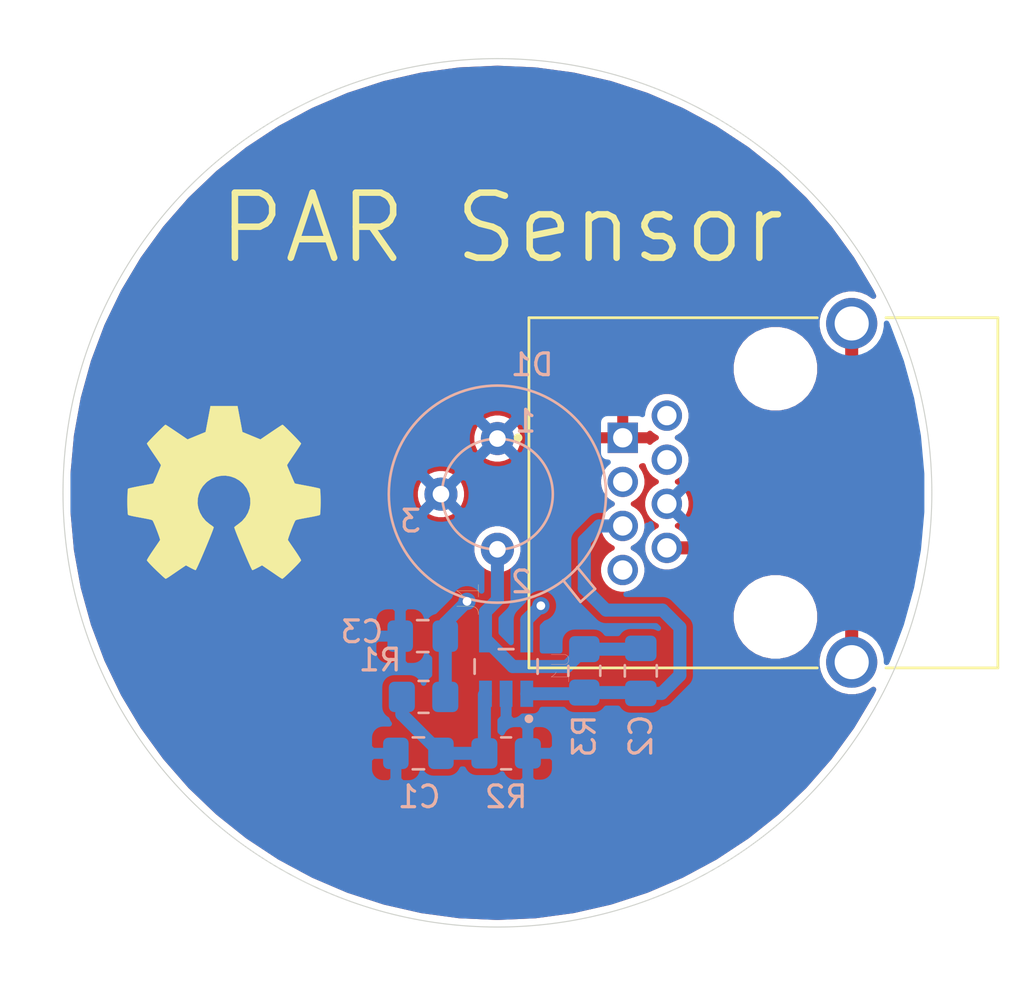
<source format=kicad_pcb>
(kicad_pcb (version 20171130) (host pcbnew "(5.1.8-0-10_14)")

  (general
    (thickness 1.6)
    (drawings 2)
    (tracks 40)
    (zones 0)
    (modules 10)
    (nets 11)
  )

  (page A4)
  (layers
    (0 F.Cu signal)
    (31 B.Cu signal)
    (32 B.Adhes user)
    (33 F.Adhes user)
    (34 B.Paste user)
    (35 F.Paste user)
    (36 B.SilkS user)
    (37 F.SilkS user)
    (38 B.Mask user)
    (39 F.Mask user)
    (40 Dwgs.User user)
    (41 Cmts.User user)
    (42 Eco1.User user)
    (43 Eco2.User user)
    (44 Edge.Cuts user)
    (45 Margin user)
    (46 B.CrtYd user)
    (47 F.CrtYd user)
    (48 B.Fab user)
    (49 F.Fab user)
  )

  (setup
    (last_trace_width 0.25)
    (user_trace_width 0.6)
    (trace_clearance 0.2)
    (zone_clearance 0.3)
    (zone_45_only no)
    (trace_min 0.2)
    (via_size 0.8)
    (via_drill 0.4)
    (via_min_size 0.4)
    (via_min_drill 0.3)
    (uvia_size 0.3)
    (uvia_drill 0.1)
    (uvias_allowed no)
    (uvia_min_size 0.2)
    (uvia_min_drill 0.1)
    (edge_width 0.05)
    (segment_width 0.2)
    (pcb_text_width 0.3)
    (pcb_text_size 1.5 1.5)
    (mod_edge_width 0.12)
    (mod_text_size 1 1)
    (mod_text_width 0.15)
    (pad_size 1.524 1.524)
    (pad_drill 0.762)
    (pad_to_mask_clearance 0)
    (aux_axis_origin 0 0)
    (visible_elements FFFFFF7F)
    (pcbplotparams
      (layerselection 0x010fc_ffffffff)
      (usegerberextensions false)
      (usegerberattributes true)
      (usegerberadvancedattributes true)
      (creategerberjobfile true)
      (excludeedgelayer true)
      (linewidth 0.100000)
      (plotframeref false)
      (viasonmask false)
      (mode 1)
      (useauxorigin false)
      (hpglpennumber 1)
      (hpglpenspeed 20)
      (hpglpendiameter 15.000000)
      (psnegative false)
      (psa4output false)
      (plotreference true)
      (plotvalue true)
      (plotinvisibletext false)
      (padsonsilk false)
      (subtractmaskfromsilk false)
      (outputformat 1)
      (mirror false)
      (drillshape 0)
      (scaleselection 1)
      (outputdirectory "gerber/"))
  )

  (net 0 "")
  (net 1 "Net-(C1-Pad1)")
  (net 2 "Net-(C2-Pad2)")
  (net 3 /Fout)
  (net 4 "Net-(J1-Pad7)")
  (net 5 "Net-(J1-Pad5)")
  (net 6 "Net-(J1-Pad3)")
  (net 7 "Net-(J1-Pad2)")
  (net 8 /AnalogGND)
  (net 9 /3.3V)
  (net 10 /SensorGND)

  (net_class Default "This is the default net class."
    (clearance 0.2)
    (trace_width 0.25)
    (via_dia 0.8)
    (via_drill 0.4)
    (uvia_dia 0.3)
    (uvia_drill 0.1)
    (add_net /3.3V)
    (add_net /AnalogGND)
    (add_net /Fout)
    (add_net /SensorGND)
    (add_net "Net-(C1-Pad1)")
    (add_net "Net-(C2-Pad2)")
    (add_net "Net-(J1-Pad2)")
    (add_net "Net-(J1-Pad3)")
    (add_net "Net-(J1-Pad5)")
    (add_net "Net-(J1-Pad7)")
  )

  (module Symbol:OSHW-Symbol_8.9x8mm_SilkScreen (layer F.Cu) (tedit 0) (tstamp 6049B9FA)
    (at 198 83.6)
    (descr "Open Source Hardware Symbol")
    (tags "Logo Symbol OSHW")
    (attr virtual)
    (fp_text reference REF** (at 0 0) (layer F.SilkS) hide
      (effects (font (size 1 1) (thickness 0.15)))
    )
    (fp_text value OSHW-Symbol_8.9x8mm_SilkScreen (at 0.75 0) (layer F.Fab) hide
      (effects (font (size 1 1) (thickness 0.15)))
    )
    (fp_poly (pts (xy 0.746536 -3.399573) (xy 0.859118 -2.802382) (xy 1.274531 -2.631135) (xy 1.689945 -2.459888)
      (xy 2.188302 -2.798767) (xy 2.327869 -2.893123) (xy 2.454029 -2.97737) (xy 2.560896 -3.047662)
      (xy 2.642583 -3.100153) (xy 2.693202 -3.130996) (xy 2.706987 -3.137647) (xy 2.731821 -3.120542)
      (xy 2.784889 -3.073256) (xy 2.860241 -3.001828) (xy 2.95193 -2.9123) (xy 3.054008 -2.810711)
      (xy 3.160527 -2.703102) (xy 3.265537 -2.595513) (xy 3.363092 -2.493985) (xy 3.447243 -2.404559)
      (xy 3.512041 -2.333274) (xy 3.551538 -2.286172) (xy 3.560981 -2.270408) (xy 3.547392 -2.241347)
      (xy 3.509294 -2.177679) (xy 3.450694 -2.085633) (xy 3.375598 -1.971436) (xy 3.288009 -1.841316)
      (xy 3.237255 -1.767099) (xy 3.144746 -1.631578) (xy 3.062541 -1.509284) (xy 2.994631 -1.406305)
      (xy 2.945001 -1.328727) (xy 2.917641 -1.282639) (xy 2.91353 -1.272953) (xy 2.92285 -1.245426)
      (xy 2.948255 -1.181272) (xy 2.985912 -1.08951) (xy 3.031987 -0.979161) (xy 3.082647 -0.859245)
      (xy 3.13406 -0.738781) (xy 3.18239 -0.626791) (xy 3.223807 -0.532293) (xy 3.254475 -0.464308)
      (xy 3.270562 -0.431857) (xy 3.271512 -0.43058) (xy 3.296773 -0.424383) (xy 3.364046 -0.41056)
      (xy 3.466361 -0.390468) (xy 3.596742 -0.365466) (xy 3.748217 -0.336914) (xy 3.836594 -0.320449)
      (xy 3.998453 -0.289631) (xy 4.14465 -0.260306) (xy 4.267788 -0.234079) (xy 4.36047 -0.212554)
      (xy 4.415302 -0.197335) (xy 4.426324 -0.192507) (xy 4.437119 -0.159826) (xy 4.44583 -0.086015)
      (xy 4.452461 0.020292) (xy 4.457019 0.150467) (xy 4.45951 0.295876) (xy 4.459939 0.44789)
      (xy 4.458312 0.597877) (xy 4.454636 0.737206) (xy 4.448916 0.857245) (xy 4.441158 0.949365)
      (xy 4.431369 1.004932) (xy 4.425497 1.0165) (xy 4.3904 1.030365) (xy 4.316029 1.050188)
      (xy 4.212224 1.073639) (xy 4.08882 1.098391) (xy 4.045742 1.106398) (xy 3.838048 1.144441)
      (xy 3.673985 1.175079) (xy 3.548131 1.199529) (xy 3.455066 1.219009) (xy 3.389368 1.234736)
      (xy 3.345618 1.247928) (xy 3.318393 1.259804) (xy 3.302273 1.27158) (xy 3.300018 1.273908)
      (xy 3.277504 1.3114) (xy 3.243159 1.384365) (xy 3.200412 1.483867) (xy 3.152693 1.600973)
      (xy 3.103431 1.726748) (xy 3.056056 1.852257) (xy 3.013996 1.968565) (xy 2.980681 2.066739)
      (xy 2.959542 2.137843) (xy 2.954006 2.172942) (xy 2.954467 2.174172) (xy 2.973224 2.202861)
      (xy 3.015777 2.265985) (xy 3.077654 2.356973) (xy 3.154383 2.469255) (xy 3.241492 2.59626)
      (xy 3.266299 2.632353) (xy 3.354753 2.763203) (xy 3.432589 2.882591) (xy 3.495567 2.983662)
      (xy 3.539446 3.059559) (xy 3.559986 3.103427) (xy 3.560981 3.108817) (xy 3.543723 3.137144)
      (xy 3.496036 3.193261) (xy 3.424051 3.271137) (xy 3.333898 3.36474) (xy 3.231706 3.468041)
      (xy 3.123606 3.575006) (xy 3.015729 3.679606) (xy 2.914205 3.775809) (xy 2.825163 3.857584)
      (xy 2.754734 3.9189) (xy 2.709048 3.953726) (xy 2.69641 3.959412) (xy 2.666992 3.94602)
      (xy 2.606762 3.909899) (xy 2.52553 3.857136) (xy 2.463031 3.814667) (xy 2.349786 3.73674)
      (xy 2.215675 3.644984) (xy 2.081156 3.553375) (xy 2.008834 3.504346) (xy 1.764039 3.33877)
      (xy 1.558551 3.449875) (xy 1.464937 3.498548) (xy 1.385331 3.536381) (xy 1.331468 3.557958)
      (xy 1.317758 3.560961) (xy 1.301271 3.538793) (xy 1.268746 3.476149) (xy 1.222609 3.378809)
      (xy 1.165291 3.252549) (xy 1.099217 3.10315) (xy 1.026816 2.936388) (xy 0.950517 2.758042)
      (xy 0.872747 2.573891) (xy 0.795935 2.389712) (xy 0.722507 2.211285) (xy 0.654893 2.044387)
      (xy 0.595521 1.894797) (xy 0.546817 1.768293) (xy 0.511211 1.670654) (xy 0.491131 1.607657)
      (xy 0.487901 1.586021) (xy 0.513497 1.558424) (xy 0.569539 1.513625) (xy 0.644312 1.460934)
      (xy 0.650588 1.456765) (xy 0.843846 1.302069) (xy 0.999675 1.121591) (xy 1.116725 0.921102)
      (xy 1.193646 0.706374) (xy 1.229087 0.483177) (xy 1.221698 0.257281) (xy 1.170128 0.034459)
      (xy 1.073027 -0.179521) (xy 1.044459 -0.226336) (xy 0.895869 -0.415382) (xy 0.720328 -0.567188)
      (xy 0.523911 -0.680966) (xy 0.312694 -0.755925) (xy 0.092754 -0.791278) (xy -0.129836 -0.786233)
      (xy -0.348998 -0.740001) (xy -0.558657 -0.651794) (xy -0.752738 -0.520821) (xy -0.812773 -0.467663)
      (xy -0.965564 -0.301261) (xy -1.076902 -0.126088) (xy -1.153276 0.070266) (xy -1.195812 0.264717)
      (xy -1.206313 0.483342) (xy -1.171299 0.703052) (xy -1.094326 0.91642) (xy -0.978952 1.116022)
      (xy -0.828734 1.294429) (xy -0.647226 1.444217) (xy -0.623372 1.460006) (xy -0.547798 1.511712)
      (xy -0.490348 1.556512) (xy -0.462882 1.585117) (xy -0.462482 1.586021) (xy -0.468379 1.616964)
      (xy -0.491754 1.687191) (xy -0.530178 1.790925) (xy -0.581222 1.92239) (xy -0.642457 2.075807)
      (xy -0.711455 2.245401) (xy -0.785786 2.425393) (xy -0.863021 2.610008) (xy -0.940731 2.793468)
      (xy -1.016488 2.969996) (xy -1.087862 3.133814) (xy -1.152425 3.279147) (xy -1.207747 3.400217)
      (xy -1.251399 3.491247) (xy -1.280953 3.54646) (xy -1.292855 3.560961) (xy -1.329222 3.549669)
      (xy -1.397269 3.519385) (xy -1.485263 3.47552) (xy -1.533649 3.449875) (xy -1.739136 3.33877)
      (xy -1.983931 3.504346) (xy -2.108893 3.58917) (xy -2.245704 3.682516) (xy -2.373911 3.770408)
      (xy -2.438128 3.814667) (xy -2.528448 3.875318) (xy -2.604928 3.923381) (xy -2.657592 3.95277)
      (xy -2.674697 3.958982) (xy -2.699594 3.942223) (xy -2.754694 3.895436) (xy -2.834656 3.82348)
      (xy -2.934139 3.731212) (xy -3.047799 3.62349) (xy -3.119684 3.554326) (xy -3.245448 3.430757)
      (xy -3.354136 3.320234) (xy -3.441354 3.227485) (xy -3.50271 3.157237) (xy -3.533808 3.11422)
      (xy -3.536791 3.10549) (xy -3.522946 3.072284) (xy -3.484687 3.005142) (xy -3.426258 2.910863)
      (xy -3.351902 2.796245) (xy -3.265864 2.668083) (xy -3.241397 2.632353) (xy -3.152245 2.502489)
      (xy -3.072261 2.385569) (xy -3.005919 2.288162) (xy -2.957688 2.216839) (xy -2.932042 2.17817)
      (xy -2.929564 2.174172) (xy -2.93327 2.143355) (xy -2.952938 2.075599) (xy -2.985139 1.979839)
      (xy -3.026444 1.865009) (xy -3.073424 1.740044) (xy -3.12265 1.613879) (xy -3.170691 1.495448)
      (xy -3.214118 1.393685) (xy -3.249503 1.317526) (xy -3.273415 1.275904) (xy -3.275115 1.273908)
      (xy -3.289737 1.262013) (xy -3.314434 1.25025) (xy -3.354627 1.237401) (xy -3.415736 1.222249)
      (xy -3.503182 1.203576) (xy -3.622387 1.180165) (xy -3.778772 1.150797) (xy -3.977756 1.114255)
      (xy -4.020839 1.106398) (xy -4.148529 1.081727) (xy -4.259846 1.057593) (xy -4.344954 1.036324)
      (xy -4.394016 1.020248) (xy -4.400594 1.0165) (xy -4.411435 0.983273) (xy -4.420246 0.909021)
      (xy -4.427023 0.802376) (xy -4.431759 0.671967) (xy -4.434449 0.526427) (xy -4.435086 0.374386)
      (xy -4.433665 0.224476) (xy -4.430179 0.085328) (xy -4.424623 -0.034428) (xy -4.416991 -0.126159)
      (xy -4.407277 -0.181234) (xy -4.401421 -0.192507) (xy -4.368819 -0.203877) (xy -4.294581 -0.222376)
      (xy -4.186103 -0.246398) (xy -4.050782 -0.274338) (xy -3.896014 -0.304592) (xy -3.811692 -0.320449)
      (xy -3.651703 -0.350356) (xy -3.509032 -0.37745) (xy -3.390651 -0.400369) (xy -3.303534 -0.417757)
      (xy -3.254654 -0.428253) (xy -3.246609 -0.43058) (xy -3.233012 -0.456814) (xy -3.20427 -0.520005)
      (xy -3.164214 -0.611123) (xy -3.116675 -0.721143) (xy -3.065484 -0.841035) (xy -3.014473 -0.961773)
      (xy -2.967473 -1.074329) (xy -2.928315 -1.169674) (xy -2.90083 -1.238783) (xy -2.88885 -1.272626)
      (xy -2.888627 -1.274105) (xy -2.902208 -1.300803) (xy -2.940284 -1.36224) (xy -2.998852 -1.452311)
      (xy -3.073911 -1.56491) (xy -3.161459 -1.69393) (xy -3.212352 -1.768039) (xy -3.30509 -1.903923)
      (xy -3.387458 -2.027291) (xy -3.455438 -2.131903) (xy -3.505011 -2.211517) (xy -3.532157 -2.259893)
      (xy -3.536078 -2.270738) (xy -3.519224 -2.29598) (xy -3.472631 -2.349876) (xy -3.402251 -2.426387)
      (xy -3.314034 -2.519477) (xy -3.213934 -2.623105) (xy -3.107901 -2.731236) (xy -3.001888 -2.83783)
      (xy -2.901847 -2.93685) (xy -2.813729 -3.022258) (xy -2.743486 -3.088015) (xy -2.697071 -3.128084)
      (xy -2.681543 -3.137647) (xy -2.65626 -3.1242) (xy -2.595788 -3.086425) (xy -2.506007 -3.028165)
      (xy -2.392796 -2.953266) (xy -2.262036 -2.865575) (xy -2.1634 -2.798767) (xy -1.665042 -2.459888)
      (xy -1.249629 -2.631135) (xy -0.834215 -2.802382) (xy -0.721633 -3.399573) (xy -0.60905 -3.996765)
      (xy 0.633953 -3.996765) (xy 0.746536 -3.399573)) (layer F.SilkS) (width 0.01))
  )

  (module FDS100:FDS100 (layer B.Cu) (tedit 60493B06) (tstamp 60488C2B)
    (at 210.6 86.2)
    (path /60483C6C)
    (fp_text reference D1 (at 1.6 -8.5) (layer B.SilkS)
      (effects (font (size 1 1) (thickness 0.15)) (justify mirror))
    )
    (fp_text value FDS100 (at 6 -2.6) (layer B.Fab)
      (effects (font (size 1 1) (thickness 0.15)) (justify mirror))
    )
    (fp_circle (center 0 -2.54) (end 5 -2.54) (layer B.SilkS) (width 0.12))
    (fp_circle (center 0 -2.54) (end 2.55 -2.54) (layer B.SilkS) (width 0.12))
    (fp_line (start 3.025 1.425) (end 3.825 2.425) (layer B.SilkS) (width 0.12))
    (fp_line (start 3.825 2.425) (end 4.5 1.825) (layer B.SilkS) (width 0.12))
    (fp_line (start 4.5 1.825) (end 3.675 0.825) (layer B.SilkS) (width 0.12))
    (fp_text user 3 (at -4 -1.3) (layer B.SilkS)
      (effects (font (size 1 1) (thickness 0.15)) (justify mirror))
    )
    (fp_text user 2 (at 1.1 1.5) (layer B.SilkS)
      (effects (font (size 1 1) (thickness 0.15)) (justify mirror))
    )
    (fp_text user 1 (at 1.3 -5.9) (layer B.SilkS)
      (effects (font (size 1 1) (thickness 0.15)) (justify mirror))
    )
    (pad 2 thru_hole circle (at -2.6 -2.54) (size 1.524 1.524) (drill 0.762) (layers *.Cu *.Mask)
      (net 8 /AnalogGND))
    (pad 3 thru_hole circle (at 0 0) (size 1.524 1.524) (drill 0.762) (layers *.Cu *.Mask)
      (net 2 "Net-(C2-Pad2)"))
    (pad 1 thru_hole circle (at 0 -5.1) (size 1.524 1.524) (drill 0.762) (layers *.Cu *.Mask)
      (net 8 /AnalogGND))
    (model ${KIPRJMOD}/../customlibrary/FDS100.step
      (offset (xyz 0 -2.5 0.3))
      (scale (xyz 1 1 1))
      (rotate (xyz -90 0 90))
    )
  )

  (module Op-Amps:OPA320AIDBVT5-SOT-23 (layer B.Cu) (tedit 604825B1) (tstamp 60488CB4)
    (at 211 91.6 90)
    (path /604828E1)
    (fp_text reference U1 (at -0.06 2.508 90) (layer B.SilkS)
      (effects (font (size 0.8 0.8) (thickness 0.015)) (justify mirror))
    )
    (fp_text value OPA320AIDBVT (at 5.528 -2.508 90) (layer B.Fab)
      (effects (font (size 0.8 0.8) (thickness 0.015)) (justify mirror))
    )
    (fp_line (start -2.11 -1.7) (end -2.11 1.7) (layer B.CrtYd) (width 0.05))
    (fp_line (start 2.11 -1.7) (end -2.11 -1.7) (layer B.CrtYd) (width 0.05))
    (fp_line (start 2.11 1.7) (end 2.11 -1.7) (layer B.CrtYd) (width 0.05))
    (fp_line (start -2.11 1.7) (end 2.11 1.7) (layer B.CrtYd) (width 0.05))
    (fp_line (start 0.8 -1.45) (end -0.8 -1.45) (layer B.Fab) (width 0.127))
    (fp_line (start -0.8 1.45) (end 0.8 1.45) (layer B.Fab) (width 0.127))
    (fp_line (start 0.8 1.45) (end 0.8 -1.45) (layer B.Fab) (width 0.127))
    (fp_line (start -0.8 -1.45) (end -0.8 1.45) (layer B.Fab) (width 0.127))
    (fp_line (start 0.33 -1.45) (end -0.33 -1.45) (layer B.SilkS) (width 0.127))
    (fp_line (start 0.8 0.335) (end 0.8 -0.335) (layer B.SilkS) (width 0.127))
    (fp_line (start -0.33 1.45) (end 0.33 1.45) (layer B.SilkS) (width 0.127))
    (fp_circle (center -2.41 1.05) (end -2.31 1.05) (layer B.Fab) (width 0.2))
    (fp_circle (center -2.41 1.05) (end -2.31 1.05) (layer B.SilkS) (width 0.2))
    (pad 5 smd rect (at 1.255 0.95 90) (size 1.21 0.59) (layers B.Cu B.Paste B.Mask)
      (net 9 /3.3V))
    (pad 4 smd rect (at 1.255 -0.95 90) (size 1.21 0.59) (layers B.Cu B.Paste B.Mask)
      (net 2 "Net-(C2-Pad2)"))
    (pad 3 smd rect (at -1.255 -0.95 90) (size 1.21 0.59) (layers B.Cu B.Paste B.Mask)
      (net 1 "Net-(C1-Pad1)"))
    (pad 2 smd rect (at -1.255 0 90) (size 1.21 0.59) (layers B.Cu B.Paste B.Mask)
      (net 8 /AnalogGND))
    (pad 1 smd rect (at -1.255 0.95 90) (size 1.21 0.59) (layers B.Cu B.Paste B.Mask)
      (net 3 /Fout))
    (model "/Users/harveybates/Documents/KiCad Libraries/User Library/Op-Amps/OPA320AIDBVT.step"
      (at (xyz 0 0 0))
      (scale (xyz 1 1 1))
      (rotate (xyz -90 0 0))
    )
  )

  (module Resistor_SMD:R_0805_2012Metric_Pad1.20x1.40mm_HandSolder (layer B.Cu) (tedit 5F68FEEE) (tstamp 60488C9E)
    (at 214.6 91.8 90)
    (descr "Resistor SMD 0805 (2012 Metric), square (rectangular) end terminal, IPC_7351 nominal with elongated pad for handsoldering. (Body size source: IPC-SM-782 page 72, https://www.pcb-3d.com/wordpress/wp-content/uploads/ipc-sm-782a_amendment_1_and_2.pdf), generated with kicad-footprint-generator")
    (tags "resistor handsolder")
    (path /60494D9C)
    (attr smd)
    (fp_text reference R3 (at -3 0 90) (layer B.SilkS)
      (effects (font (size 1 1) (thickness 0.15)) (justify mirror))
    )
    (fp_text value 50K (at 0 -1.65 90) (layer B.Fab)
      (effects (font (size 1 1) (thickness 0.15)) (justify mirror))
    )
    (fp_line (start 1.85 -0.95) (end -1.85 -0.95) (layer B.CrtYd) (width 0.05))
    (fp_line (start 1.85 0.95) (end 1.85 -0.95) (layer B.CrtYd) (width 0.05))
    (fp_line (start -1.85 0.95) (end 1.85 0.95) (layer B.CrtYd) (width 0.05))
    (fp_line (start -1.85 -0.95) (end -1.85 0.95) (layer B.CrtYd) (width 0.05))
    (fp_line (start -0.227064 -0.735) (end 0.227064 -0.735) (layer B.SilkS) (width 0.12))
    (fp_line (start -0.227064 0.735) (end 0.227064 0.735) (layer B.SilkS) (width 0.12))
    (fp_line (start 1 -0.625) (end -1 -0.625) (layer B.Fab) (width 0.1))
    (fp_line (start 1 0.625) (end 1 -0.625) (layer B.Fab) (width 0.1))
    (fp_line (start -1 0.625) (end 1 0.625) (layer B.Fab) (width 0.1))
    (fp_line (start -1 -0.625) (end -1 0.625) (layer B.Fab) (width 0.1))
    (fp_text user %R (at 0 0 90) (layer B.Fab)
      (effects (font (size 0.5 0.5) (thickness 0.08)) (justify mirror))
    )
    (pad 2 smd roundrect (at 1 0 90) (size 1.2 1.4) (layers B.Cu B.Paste B.Mask) (roundrect_rratio 0.2083325)
      (net 2 "Net-(C2-Pad2)"))
    (pad 1 smd roundrect (at -1 0 90) (size 1.2 1.4) (layers B.Cu B.Paste B.Mask) (roundrect_rratio 0.2083325)
      (net 3 /Fout))
    (model ${KISYS3DMOD}/Resistor_SMD.3dshapes/R_0805_2012Metric.wrl
      (at (xyz 0 0 0))
      (scale (xyz 1 1 1))
      (rotate (xyz 0 0 0))
    )
  )

  (module Resistor_SMD:R_0805_2012Metric_Pad1.20x1.40mm_HandSolder (layer B.Cu) (tedit 5F68FEEE) (tstamp 60488C8D)
    (at 211 95.6)
    (descr "Resistor SMD 0805 (2012 Metric), square (rectangular) end terminal, IPC_7351 nominal with elongated pad for handsoldering. (Body size source: IPC-SM-782 page 72, https://www.pcb-3d.com/wordpress/wp-content/uploads/ipc-sm-782a_amendment_1_and_2.pdf), generated with kicad-footprint-generator")
    (tags "resistor handsolder")
    (path /60490FA4)
    (attr smd)
    (fp_text reference R2 (at 0 2) (layer B.SilkS)
      (effects (font (size 1 1) (thickness 0.15)) (justify mirror))
    )
    (fp_text value 5 (at 0 -1.65) (layer B.Fab)
      (effects (font (size 1 1) (thickness 0.15)) (justify mirror))
    )
    (fp_line (start 1.85 -0.95) (end -1.85 -0.95) (layer B.CrtYd) (width 0.05))
    (fp_line (start 1.85 0.95) (end 1.85 -0.95) (layer B.CrtYd) (width 0.05))
    (fp_line (start -1.85 0.95) (end 1.85 0.95) (layer B.CrtYd) (width 0.05))
    (fp_line (start -1.85 -0.95) (end -1.85 0.95) (layer B.CrtYd) (width 0.05))
    (fp_line (start -0.227064 -0.735) (end 0.227064 -0.735) (layer B.SilkS) (width 0.12))
    (fp_line (start -0.227064 0.735) (end 0.227064 0.735) (layer B.SilkS) (width 0.12))
    (fp_line (start 1 -0.625) (end -1 -0.625) (layer B.Fab) (width 0.1))
    (fp_line (start 1 0.625) (end 1 -0.625) (layer B.Fab) (width 0.1))
    (fp_line (start -1 0.625) (end 1 0.625) (layer B.Fab) (width 0.1))
    (fp_line (start -1 -0.625) (end -1 0.625) (layer B.Fab) (width 0.1))
    (fp_text user %R (at 0 0) (layer B.Fab)
      (effects (font (size 0.5 0.5) (thickness 0.08)) (justify mirror))
    )
    (pad 2 smd roundrect (at 1 0) (size 1.2 1.4) (layers B.Cu B.Paste B.Mask) (roundrect_rratio 0.2083325)
      (net 8 /AnalogGND))
    (pad 1 smd roundrect (at -1 0) (size 1.2 1.4) (layers B.Cu B.Paste B.Mask) (roundrect_rratio 0.2083325)
      (net 1 "Net-(C1-Pad1)"))
    (model ${KISYS3DMOD}/Resistor_SMD.3dshapes/R_0805_2012Metric.wrl
      (at (xyz 0 0 0))
      (scale (xyz 1 1 1))
      (rotate (xyz 0 0 0))
    )
  )

  (module Resistor_SMD:R_0805_2012Metric_Pad1.20x1.40mm_HandSolder (layer B.Cu) (tedit 5F68FEEE) (tstamp 60488C7C)
    (at 207.2 93 180)
    (descr "Resistor SMD 0805 (2012 Metric), square (rectangular) end terminal, IPC_7351 nominal with elongated pad for handsoldering. (Body size source: IPC-SM-782 page 72, https://www.pcb-3d.com/wordpress/wp-content/uploads/ipc-sm-782a_amendment_1_and_2.pdf), generated with kicad-footprint-generator")
    (tags "resistor handsolder")
    (path /6049063A)
    (attr smd)
    (fp_text reference R1 (at 2 1.7) (layer B.SilkS)
      (effects (font (size 1 1) (thickness 0.15)) (justify mirror))
    )
    (fp_text value 20K (at 0 -1.65) (layer B.Fab)
      (effects (font (size 1 1) (thickness 0.15)) (justify mirror))
    )
    (fp_line (start 1.85 -0.95) (end -1.85 -0.95) (layer B.CrtYd) (width 0.05))
    (fp_line (start 1.85 0.95) (end 1.85 -0.95) (layer B.CrtYd) (width 0.05))
    (fp_line (start -1.85 0.95) (end 1.85 0.95) (layer B.CrtYd) (width 0.05))
    (fp_line (start -1.85 -0.95) (end -1.85 0.95) (layer B.CrtYd) (width 0.05))
    (fp_line (start -0.227064 -0.735) (end 0.227064 -0.735) (layer B.SilkS) (width 0.12))
    (fp_line (start -0.227064 0.735) (end 0.227064 0.735) (layer B.SilkS) (width 0.12))
    (fp_line (start 1 -0.625) (end -1 -0.625) (layer B.Fab) (width 0.1))
    (fp_line (start 1 0.625) (end 1 -0.625) (layer B.Fab) (width 0.1))
    (fp_line (start -1 0.625) (end 1 0.625) (layer B.Fab) (width 0.1))
    (fp_line (start -1 -0.625) (end -1 0.625) (layer B.Fab) (width 0.1))
    (fp_text user %R (at 0 0) (layer B.Fab)
      (effects (font (size 0.5 0.5) (thickness 0.08)) (justify mirror))
    )
    (pad 2 smd roundrect (at 1 0 180) (size 1.2 1.4) (layers B.Cu B.Paste B.Mask) (roundrect_rratio 0.2083325)
      (net 1 "Net-(C1-Pad1)"))
    (pad 1 smd roundrect (at -1 0 180) (size 1.2 1.4) (layers B.Cu B.Paste B.Mask) (roundrect_rratio 0.2083325)
      (net 9 /3.3V))
    (model ${KISYS3DMOD}/Resistor_SMD.3dshapes/R_0805_2012Metric.wrl
      (at (xyz 0 0 0))
      (scale (xyz 1 1 1))
      (rotate (xyz 0 0 0))
    )
  )

  (module ethernet:BEL_SS-60000-009 (layer F.Cu) (tedit 60482ACC) (tstamp 60488C4B)
    (at 223.4 83.6 90)
    (path /60487597)
    (fp_text reference J1 (at -4.89 -14.135 90) (layer F.SilkS)
      (effects (font (size 1 1) (thickness 0.015)))
    )
    (fp_text value SS-60000-009 (at 2.095 -12.635 180) (layer F.Fab)
      (effects (font (size 1 1) (thickness 0.015)))
    )
    (fp_line (start -8.065 1.925) (end -8.065 -11.35) (layer F.SilkS) (width 0.127))
    (fp_line (start -8.065 10.24) (end -8.065 5.09) (layer F.SilkS) (width 0.127))
    (fp_line (start 8.065 10.24) (end -8.065 10.24) (layer F.SilkS) (width 0.127))
    (fp_line (start 8.065 5.09) (end 8.065 10.24) (layer F.SilkS) (width 0.127))
    (fp_line (start 8.065 -11.35) (end 8.065 1.925) (layer F.SilkS) (width 0.127))
    (fp_line (start -8.065 -11.35) (end 8.065 -11.35) (layer F.SilkS) (width 0.127))
    (fp_line (start -8.065 10.24) (end -8.065 -11.35) (layer F.Fab) (width 0.127))
    (fp_line (start 8.065 10.24) (end -8.065 10.24) (layer F.Fab) (width 0.127))
    (fp_line (start 8.065 -11.35) (end 8.065 10.24) (layer F.Fab) (width 0.127))
    (fp_line (start -8.065 -11.35) (end 8.065 -11.35) (layer F.Fab) (width 0.127))
    (fp_line (start -9.23 -11.6) (end -9.23 10.49) (layer F.CrtYd) (width 0.05))
    (fp_line (start 9.23 -11.6) (end -9.23 -11.6) (layer F.CrtYd) (width 0.05))
    (fp_line (start 9.23 10.49) (end 9.23 -11.6) (layer F.CrtYd) (width 0.05))
    (fp_line (start -9.23 10.49) (end 9.23 10.49) (layer F.CrtYd) (width 0.05))
    (fp_circle (center 2.535 -11.85) (end 2.635 -11.85) (layer F.Fab) (width 0.2))
    (fp_circle (center 2.535 -11.85) (end 2.635 -11.85) (layer F.SilkS) (width 0.2))
    (pad S2 thru_hole circle (at 7.8 3.51 90) (size 2.355 2.355) (drill 1.57) (layers *.Cu *.Mask)
      (net 10 /SensorGND))
    (pad S1 thru_hole circle (at -7.8 3.51 90) (size 2.355 2.355) (drill 1.57) (layers *.Cu *.Mask)
      (net 10 /SensorGND))
    (pad None np_thru_hole circle (at 5.715 0 90) (size 3.25 3.25) (drill 3.25) (layers *.Cu *.Mask))
    (pad None np_thru_hole circle (at -5.715 0 90) (size 3.25 3.25) (drill 3.25) (layers *.Cu *.Mask))
    (pad 8 thru_hole circle (at -2.535 -5 90) (size 1.398 1.398) (drill 0.89) (layers *.Cu *.Mask)
      (net 10 /SensorGND))
    (pad 7 thru_hole circle (at -3.555 -7.03 90) (size 1.398 1.398) (drill 0.89) (layers *.Cu *.Mask)
      (net 4 "Net-(J1-Pad7)"))
    (pad 6 thru_hole circle (at -1.525 -7.03 90) (size 1.398 1.398) (drill 0.89) (layers *.Cu *.Mask)
      (net 3 /Fout))
    (pad 5 thru_hole circle (at 0.505 -7.03 90) (size 1.398 1.398) (drill 0.89) (layers *.Cu *.Mask)
      (net 5 "Net-(J1-Pad5)"))
    (pad 4 thru_hole circle (at -0.505 -5 90) (size 1.398 1.398) (drill 0.89) (layers *.Cu *.Mask)
      (net 8 /AnalogGND))
    (pad 3 thru_hole circle (at 1.525 -5 90) (size 1.398 1.398) (drill 0.89) (layers *.Cu *.Mask)
      (net 6 "Net-(J1-Pad3)"))
    (pad 2 thru_hole circle (at 3.555 -5 90) (size 1.398 1.398) (drill 0.89) (layers *.Cu *.Mask)
      (net 7 "Net-(J1-Pad2)"))
    (pad 1 thru_hole rect (at 2.535 -7.03 90) (size 1.398 1.398) (drill 0.89) (layers *.Cu *.Mask)
      (net 9 /3.3V))
    (model "/Users/harveybates/Documents/KiCad Libraries/User Library/Plugs/ethernet/SS-60000-009.step"
      (offset (xyz 0 0.5 0))
      (scale (xyz 1 1 1))
      (rotate (xyz -90 0 0))
    )
  )

  (module Capacitor_SMD:C_0805_2012Metric_Pad1.18x1.45mm_HandSolder (layer B.Cu) (tedit 5F68FEEF) (tstamp 60488C1C)
    (at 207.1625 90.2)
    (descr "Capacitor SMD 0805 (2012 Metric), square (rectangular) end terminal, IPC_7351 nominal with elongated pad for handsoldering. (Body size source: IPC-SM-782 page 76, https://www.pcb-3d.com/wordpress/wp-content/uploads/ipc-sm-782a_amendment_1_and_2.pdf, https://docs.google.com/spreadsheets/d/1BsfQQcO9C6DZCsRaXUlFlo91Tg2WpOkGARC1WS5S8t0/edit?usp=sharing), generated with kicad-footprint-generator")
    (tags "capacitor handsolder")
    (path /60496583)
    (attr smd)
    (fp_text reference C3 (at -2.8 -0.2) (layer B.SilkS)
      (effects (font (size 1 1) (thickness 0.15)) (justify mirror))
    )
    (fp_text value 100nF (at 0 -1.68) (layer B.Fab)
      (effects (font (size 1 1) (thickness 0.15)) (justify mirror))
    )
    (fp_line (start 1.88 -0.98) (end -1.88 -0.98) (layer B.CrtYd) (width 0.05))
    (fp_line (start 1.88 0.98) (end 1.88 -0.98) (layer B.CrtYd) (width 0.05))
    (fp_line (start -1.88 0.98) (end 1.88 0.98) (layer B.CrtYd) (width 0.05))
    (fp_line (start -1.88 -0.98) (end -1.88 0.98) (layer B.CrtYd) (width 0.05))
    (fp_line (start -0.261252 -0.735) (end 0.261252 -0.735) (layer B.SilkS) (width 0.12))
    (fp_line (start -0.261252 0.735) (end 0.261252 0.735) (layer B.SilkS) (width 0.12))
    (fp_line (start 1 -0.625) (end -1 -0.625) (layer B.Fab) (width 0.1))
    (fp_line (start 1 0.625) (end 1 -0.625) (layer B.Fab) (width 0.1))
    (fp_line (start -1 0.625) (end 1 0.625) (layer B.Fab) (width 0.1))
    (fp_line (start -1 -0.625) (end -1 0.625) (layer B.Fab) (width 0.1))
    (fp_text user %R (at 0 0) (layer B.Fab)
      (effects (font (size 0.5 0.5) (thickness 0.08)) (justify mirror))
    )
    (pad 2 smd roundrect (at 1.0375 0) (size 1.175 1.45) (layers B.Cu B.Paste B.Mask) (roundrect_rratio 0.2127659574468085)
      (net 9 /3.3V))
    (pad 1 smd roundrect (at -1.0375 0) (size 1.175 1.45) (layers B.Cu B.Paste B.Mask) (roundrect_rratio 0.2127659574468085)
      (net 8 /AnalogGND))
    (model ${KISYS3DMOD}/Capacitor_SMD.3dshapes/C_0805_2012Metric.wrl
      (at (xyz 0 0 0))
      (scale (xyz 1 1 1))
      (rotate (xyz 0 0 0))
    )
  )

  (module Capacitor_SMD:C_0805_2012Metric_Pad1.18x1.45mm_HandSolder (layer B.Cu) (tedit 5F68FEEF) (tstamp 60488C0B)
    (at 217.2 91.8 90)
    (descr "Capacitor SMD 0805 (2012 Metric), square (rectangular) end terminal, IPC_7351 nominal with elongated pad for handsoldering. (Body size source: IPC-SM-782 page 76, https://www.pcb-3d.com/wordpress/wp-content/uploads/ipc-sm-782a_amendment_1_and_2.pdf, https://docs.google.com/spreadsheets/d/1BsfQQcO9C6DZCsRaXUlFlo91Tg2WpOkGARC1WS5S8t0/edit?usp=sharing), generated with kicad-footprint-generator")
    (tags "capacitor handsolder")
    (path /60493DC3)
    (attr smd)
    (fp_text reference C2 (at -3 0 90) (layer B.SilkS)
      (effects (font (size 1 1) (thickness 0.15)) (justify mirror))
    )
    (fp_text value 1pF (at 0 -1.68 90) (layer B.Fab)
      (effects (font (size 1 1) (thickness 0.15)) (justify mirror))
    )
    (fp_line (start 1.88 -0.98) (end -1.88 -0.98) (layer B.CrtYd) (width 0.05))
    (fp_line (start 1.88 0.98) (end 1.88 -0.98) (layer B.CrtYd) (width 0.05))
    (fp_line (start -1.88 0.98) (end 1.88 0.98) (layer B.CrtYd) (width 0.05))
    (fp_line (start -1.88 -0.98) (end -1.88 0.98) (layer B.CrtYd) (width 0.05))
    (fp_line (start -0.261252 -0.735) (end 0.261252 -0.735) (layer B.SilkS) (width 0.12))
    (fp_line (start -0.261252 0.735) (end 0.261252 0.735) (layer B.SilkS) (width 0.12))
    (fp_line (start 1 -0.625) (end -1 -0.625) (layer B.Fab) (width 0.1))
    (fp_line (start 1 0.625) (end 1 -0.625) (layer B.Fab) (width 0.1))
    (fp_line (start -1 0.625) (end 1 0.625) (layer B.Fab) (width 0.1))
    (fp_line (start -1 -0.625) (end -1 0.625) (layer B.Fab) (width 0.1))
    (fp_text user %R (at 0 0 90) (layer B.Fab)
      (effects (font (size 0.5 0.5) (thickness 0.08)) (justify mirror))
    )
    (pad 2 smd roundrect (at 1.0375 0 90) (size 1.175 1.45) (layers B.Cu B.Paste B.Mask) (roundrect_rratio 0.2127659574468085)
      (net 2 "Net-(C2-Pad2)"))
    (pad 1 smd roundrect (at -1.0375 0 90) (size 1.175 1.45) (layers B.Cu B.Paste B.Mask) (roundrect_rratio 0.2127659574468085)
      (net 3 /Fout))
    (model ${KISYS3DMOD}/Capacitor_SMD.3dshapes/C_0805_2012Metric.wrl
      (at (xyz 0 0 0))
      (scale (xyz 1 1 1))
      (rotate (xyz 0 0 0))
    )
  )

  (module Capacitor_SMD:C_0805_2012Metric_Pad1.18x1.45mm_HandSolder (layer B.Cu) (tedit 5F68FEEF) (tstamp 60488BFA)
    (at 206.9625 95.6 180)
    (descr "Capacitor SMD 0805 (2012 Metric), square (rectangular) end terminal, IPC_7351 nominal with elongated pad for handsoldering. (Body size source: IPC-SM-782 page 76, https://www.pcb-3d.com/wordpress/wp-content/uploads/ipc-sm-782a_amendment_1_and_2.pdf, https://docs.google.com/spreadsheets/d/1BsfQQcO9C6DZCsRaXUlFlo91Tg2WpOkGARC1WS5S8t0/edit?usp=sharing), generated with kicad-footprint-generator")
    (tags "capacitor handsolder")
    (path /60491DF8)
    (attr smd)
    (fp_text reference C1 (at -0.0375 -2) (layer B.SilkS)
      (effects (font (size 1 1) (thickness 0.15)) (justify mirror))
    )
    (fp_text value 100nF (at 0 -1.68) (layer B.Fab)
      (effects (font (size 1 1) (thickness 0.15)) (justify mirror))
    )
    (fp_line (start 1.88 -0.98) (end -1.88 -0.98) (layer B.CrtYd) (width 0.05))
    (fp_line (start 1.88 0.98) (end 1.88 -0.98) (layer B.CrtYd) (width 0.05))
    (fp_line (start -1.88 0.98) (end 1.88 0.98) (layer B.CrtYd) (width 0.05))
    (fp_line (start -1.88 -0.98) (end -1.88 0.98) (layer B.CrtYd) (width 0.05))
    (fp_line (start -0.261252 -0.735) (end 0.261252 -0.735) (layer B.SilkS) (width 0.12))
    (fp_line (start -0.261252 0.735) (end 0.261252 0.735) (layer B.SilkS) (width 0.12))
    (fp_line (start 1 -0.625) (end -1 -0.625) (layer B.Fab) (width 0.1))
    (fp_line (start 1 0.625) (end 1 -0.625) (layer B.Fab) (width 0.1))
    (fp_line (start -1 0.625) (end 1 0.625) (layer B.Fab) (width 0.1))
    (fp_line (start -1 -0.625) (end -1 0.625) (layer B.Fab) (width 0.1))
    (fp_text user %R (at 0 0) (layer B.Fab)
      (effects (font (size 0.5 0.5) (thickness 0.08)) (justify mirror))
    )
    (pad 2 smd roundrect (at 1.0375 0 180) (size 1.175 1.45) (layers B.Cu B.Paste B.Mask) (roundrect_rratio 0.2127659574468085)
      (net 8 /AnalogGND))
    (pad 1 smd roundrect (at -1.0375 0 180) (size 1.175 1.45) (layers B.Cu B.Paste B.Mask) (roundrect_rratio 0.2127659574468085)
      (net 1 "Net-(C1-Pad1)"))
    (model ${KISYS3DMOD}/Capacitor_SMD.3dshapes/C_0805_2012Metric.wrl
      (at (xyz 0 0 0))
      (scale (xyz 1 1 1))
      (rotate (xyz 0 0 0))
    )
  )

  (gr_text "PAR Sensor" (at 210.8 71.4) (layer F.SilkS)
    (effects (font (size 3 3) (thickness 0.3)))
  )
  (gr_circle (center 210.6 83.6) (end 230.6 83.6) (layer Edge.Cuts) (width 0.05))

  (segment (start 206.2 93.8) (end 208 95.6) (width 0.6) (layer B.Cu) (net 1))
  (segment (start 206.2 93) (end 206.2 93.8) (width 0.6) (layer B.Cu) (net 1))
  (segment (start 208 95.6) (end 210 95.6) (width 0.6) (layer B.Cu) (net 1))
  (segment (start 210 92.905) (end 210.05 92.855) (width 0.6) (layer B.Cu) (net 1))
  (segment (start 210 95.6) (end 210 92.905) (width 0.6) (layer B.Cu) (net 1))
  (segment (start 217.1625 90.8) (end 217.2 90.7625) (width 0.6) (layer B.Cu) (net 2))
  (segment (start 214.6 90.8) (end 217.1625 90.8) (width 0.6) (layer B.Cu) (net 2))
  (segment (start 214.6 90.8) (end 213.8 91.6) (width 0.6) (layer B.Cu) (net 2))
  (segment (start 211.305 91.6) (end 210.05 90.345) (width 0.6) (layer B.Cu) (net 2))
  (segment (start 213.8 91.6) (end 211.305 91.6) (width 0.6) (layer B.Cu) (net 2))
  (segment (start 210.6 86.2) (end 210.6 88.532002) (width 0.6) (layer B.Cu) (net 2))
  (segment (start 210.05 89.082002) (end 210.05 90.345) (width 0.6) (layer B.Cu) (net 2))
  (segment (start 210.6 88.532002) (end 210.05 89.082002) (width 0.6) (layer B.Cu) (net 2))
  (segment (start 214.545 92.855) (end 214.6 92.8) (width 0.6) (layer B.Cu) (net 3))
  (segment (start 211.95 92.855) (end 214.545 92.855) (width 0.6) (layer B.Cu) (net 3))
  (segment (start 217.1625 92.8) (end 217.2 92.8375) (width 0.6) (layer B.Cu) (net 3))
  (segment (start 214.6 92.8) (end 217.1625 92.8) (width 0.6) (layer B.Cu) (net 3))
  (segment (start 214.6 85.8) (end 215.275 85.125) (width 0.6) (layer B.Cu) (net 3))
  (segment (start 214.6 88) (end 214.6 85.8) (width 0.6) (layer B.Cu) (net 3))
  (segment (start 215.275 85.125) (end 216.37 85.125) (width 0.6) (layer B.Cu) (net 3))
  (segment (start 215.6 89) (end 214.6 88) (width 0.6) (layer B.Cu) (net 3))
  (segment (start 219 89.8) (end 218.2 89) (width 0.6) (layer B.Cu) (net 3))
  (segment (start 218.2 89) (end 215.6 89) (width 0.6) (layer B.Cu) (net 3))
  (segment (start 219 92) (end 219 89.8) (width 0.6) (layer B.Cu) (net 3))
  (segment (start 218.1625 92.8375) (end 219 92) (width 0.6) (layer B.Cu) (net 3))
  (segment (start 217.2 92.8375) (end 218.1625 92.8375) (width 0.6) (layer B.Cu) (net 3))
  (segment (start 211.95 90.345) (end 211.95 89.45) (width 0.6) (layer B.Cu) (net 9))
  (via (at 212.6 88.8) (size 0.8) (drill 0.4) (layers F.Cu B.Cu) (net 9))
  (segment (start 211.95 89.45) (end 212.6 88.8) (width 0.6) (layer B.Cu) (net 9))
  (segment (start 208.2 90.2) (end 208.2 89.6) (width 0.6) (layer B.Cu) (net 9))
  (via (at 209.2 88.6) (size 0.8) (drill 0.4) (layers F.Cu B.Cu) (net 9))
  (segment (start 208.2 89.6) (end 209.2 88.6) (width 0.6) (layer B.Cu) (net 9))
  (segment (start 208.2 90.2) (end 208.2 93) (width 0.6) (layer B.Cu) (net 9))
  (segment (start 218.4 86.135) (end 226.335 86.135) (width 0.6) (layer F.Cu) (net 10))
  (segment (start 226.91 86.71) (end 226.91 91.4) (width 0.6) (layer F.Cu) (net 10))
  (segment (start 226.335 86.135) (end 226.91 86.71) (width 0.6) (layer F.Cu) (net 10))
  (segment (start 226.485 86.135) (end 226.91 85.71) (width 0.6) (layer F.Cu) (net 10))
  (segment (start 226.335 86.135) (end 226.485 86.135) (width 0.6) (layer F.Cu) (net 10))
  (segment (start 226.91 85.71) (end 226.91 75.8) (width 0.6) (layer F.Cu) (net 10))
  (segment (start 226.91 86.71) (end 226.91 85.71) (width 0.6) (layer F.Cu) (net 10))

  (zone (net 8) (net_name /AnalogGND) (layer B.Cu) (tstamp 604949E0) (hatch edge 0.508)
    (connect_pads (clearance 0.3))
    (min_thickness 0.254)
    (fill yes (arc_segments 32) (thermal_gap 0.508) (thermal_bridge_width 0.508))
    (polygon
      (pts
        (xy 233.1 103.5) (xy 204.1 106.6) (xy 188 105.1) (xy 187.7 62.2) (xy 234.6 60.9)
      )
    )
    (filled_polygon
      (pts
        (xy 212.352269 64.130695) (xy 214.09043 64.366144) (xy 215.800488 64.756454) (xy 217.468675 65.298481) (xy 219.081559 65.987861)
        (xy 220.626155 66.819043) (xy 222.090026 67.785336) (xy 223.461386 68.878959) (xy 224.729194 70.091107) (xy 225.883242 71.412021)
        (xy 226.914238 72.831066) (xy 227.813881 74.336815) (xy 227.911459 74.539439) (xy 227.670016 74.378111) (xy 227.378015 74.257161)
        (xy 227.068029 74.1955) (xy 226.751971 74.1955) (xy 226.441985 74.257161) (xy 226.149984 74.378111) (xy 225.887191 74.553704)
        (xy 225.663704 74.777191) (xy 225.488111 75.039984) (xy 225.367161 75.331985) (xy 225.3055 75.641971) (xy 225.3055 75.958029)
        (xy 225.367161 76.268015) (xy 225.488111 76.560016) (xy 225.663704 76.822809) (xy 225.887191 77.046296) (xy 226.149984 77.221889)
        (xy 226.441985 77.342839) (xy 226.751971 77.4045) (xy 227.068029 77.4045) (xy 227.378015 77.342839) (xy 227.670016 77.221889)
        (xy 227.932809 77.046296) (xy 228.156296 76.822809) (xy 228.331889 76.560016) (xy 228.452839 76.268015) (xy 228.5145 75.958029)
        (xy 228.5145 75.791665) (xy 228.574929 75.917147) (xy 229.191253 77.559336) (xy 229.657891 79.250161) (xy 229.971086 80.976008)
        (xy 230.128316 82.722982) (xy 230.128316 84.477018) (xy 229.971086 86.223992) (xy 229.657891 87.949839) (xy 229.191253 89.640664)
        (xy 228.574929 91.282853) (xy 228.5145 91.408335) (xy 228.5145 91.241971) (xy 228.452839 90.931985) (xy 228.331889 90.639984)
        (xy 228.156296 90.377191) (xy 227.932809 90.153704) (xy 227.670016 89.978111) (xy 227.378015 89.857161) (xy 227.068029 89.7955)
        (xy 226.751971 89.7955) (xy 226.441985 89.857161) (xy 226.149984 89.978111) (xy 225.887191 90.153704) (xy 225.663704 90.377191)
        (xy 225.488111 90.639984) (xy 225.367161 90.931985) (xy 225.3055 91.241971) (xy 225.3055 91.558029) (xy 225.367161 91.868015)
        (xy 225.488111 92.160016) (xy 225.663704 92.422809) (xy 225.887191 92.646296) (xy 226.149984 92.821889) (xy 226.441985 92.942839)
        (xy 226.751971 93.0045) (xy 227.068029 93.0045) (xy 227.378015 92.942839) (xy 227.670016 92.821889) (xy 227.911459 92.660561)
        (xy 227.813881 92.863185) (xy 226.914238 94.368934) (xy 225.883242 95.787979) (xy 224.729194 97.108893) (xy 223.461386 98.321041)
        (xy 222.090026 99.414664) (xy 220.626155 100.380957) (xy 219.081559 101.212139) (xy 217.468675 101.901519) (xy 215.800488 102.443546)
        (xy 214.09043 102.833856) (xy 212.352269 103.069305) (xy 210.6 103.148) (xy 208.847731 103.069305) (xy 207.10957 102.833856)
        (xy 205.399512 102.443546) (xy 203.731325 101.901519) (xy 202.118441 101.212139) (xy 200.573845 100.380957) (xy 199.109974 99.414664)
        (xy 197.738614 98.321041) (xy 196.470806 97.108893) (xy 195.78594 96.325) (xy 204.699428 96.325) (xy 204.711688 96.449482)
        (xy 204.747998 96.56918) (xy 204.806963 96.679494) (xy 204.886315 96.776185) (xy 204.983006 96.855537) (xy 205.09332 96.914502)
        (xy 205.213018 96.950812) (xy 205.3375 96.963072) (xy 205.63925 96.96) (xy 205.798 96.80125) (xy 205.798 95.727)
        (xy 204.86125 95.727) (xy 204.7025 95.88575) (xy 204.699428 96.325) (xy 195.78594 96.325) (xy 195.316758 95.787979)
        (xy 194.653441 94.875) (xy 204.699428 94.875) (xy 204.7025 95.31425) (xy 204.86125 95.473) (xy 205.798 95.473)
        (xy 205.798 95.453) (xy 206.052 95.453) (xy 206.052 95.473) (xy 206.072 95.473) (xy 206.072 95.727)
        (xy 206.052 95.727) (xy 206.052 96.80125) (xy 206.21075 96.96) (xy 206.5125 96.963072) (xy 206.636982 96.950812)
        (xy 206.75668 96.914502) (xy 206.866994 96.855537) (xy 206.963685 96.776185) (xy 207.043037 96.679494) (xy 207.102002 96.56918)
        (xy 207.126782 96.48749) (xy 207.182328 96.555172) (xy 207.285231 96.639623) (xy 207.402633 96.702375) (xy 207.530021 96.741018)
        (xy 207.6625 96.754066) (xy 208.3375 96.754066) (xy 208.469979 96.741018) (xy 208.597367 96.702375) (xy 208.714769 96.639623)
        (xy 208.817672 96.555172) (xy 208.902123 96.452269) (xy 208.964875 96.334867) (xy 208.967261 96.327) (xy 209.031782 96.327)
        (xy 209.085377 96.427269) (xy 209.169828 96.530172) (xy 209.272731 96.614623) (xy 209.390132 96.677375) (xy 209.51752 96.716018)
        (xy 209.649999 96.729066) (xy 210.350001 96.729066) (xy 210.48248 96.716018) (xy 210.609868 96.677375) (xy 210.727269 96.614623)
        (xy 210.811292 96.545666) (xy 210.869463 96.654494) (xy 210.948815 96.751185) (xy 211.045506 96.830537) (xy 211.15582 96.889502)
        (xy 211.275518 96.925812) (xy 211.4 96.938072) (xy 211.71425 96.935) (xy 211.873 96.77625) (xy 211.873 95.727)
        (xy 212.127 95.727) (xy 212.127 96.77625) (xy 212.28575 96.935) (xy 212.6 96.938072) (xy 212.724482 96.925812)
        (xy 212.84418 96.889502) (xy 212.954494 96.830537) (xy 213.051185 96.751185) (xy 213.130537 96.654494) (xy 213.189502 96.54418)
        (xy 213.225812 96.424482) (xy 213.238072 96.3) (xy 213.235 95.88575) (xy 213.07625 95.727) (xy 212.127 95.727)
        (xy 211.873 95.727) (xy 211.853 95.727) (xy 211.853 95.473) (xy 211.873 95.473) (xy 211.873 94.42375)
        (xy 212.127 94.42375) (xy 212.127 95.473) (xy 213.07625 95.473) (xy 213.235 95.31425) (xy 213.238072 94.9)
        (xy 213.225812 94.775518) (xy 213.189502 94.65582) (xy 213.130537 94.545506) (xy 213.051185 94.448815) (xy 212.954494 94.369463)
        (xy 212.84418 94.310498) (xy 212.724482 94.274188) (xy 212.6 94.261928) (xy 212.28575 94.265) (xy 212.127 94.42375)
        (xy 211.873 94.42375) (xy 211.71425 94.265) (xy 211.4 94.261928) (xy 211.275518 94.274188) (xy 211.15582 94.310498)
        (xy 211.045506 94.369463) (xy 210.948815 94.448815) (xy 210.869463 94.545506) (xy 210.811292 94.654334) (xy 210.727269 94.585377)
        (xy 210.727 94.585233) (xy 210.727 94.08225) (xy 210.873 93.93625) (xy 210.873 92.982) (xy 210.853 92.982)
        (xy 210.853 92.728) (xy 210.873 92.728) (xy 210.873 92.708) (xy 211.127 92.708) (xy 211.127 92.728)
        (xy 211.147 92.728) (xy 211.147 92.982) (xy 211.127 92.982) (xy 211.127 93.93625) (xy 211.28575 94.095)
        (xy 211.295 94.098072) (xy 211.419482 94.085812) (xy 211.53918 94.049502) (xy 211.649494 93.990537) (xy 211.746185 93.911185)
        (xy 211.764338 93.889066) (xy 212.245 93.889066) (xy 212.328707 93.880822) (xy 212.409196 93.856405) (xy 212.483376 93.816755)
        (xy 212.548395 93.763395) (xy 212.601755 93.698376) (xy 212.641405 93.624196) (xy 212.654206 93.582) (xy 213.630294 93.582)
        (xy 213.669828 93.630172) (xy 213.772731 93.714623) (xy 213.890132 93.777375) (xy 214.01752 93.816018) (xy 214.149999 93.829066)
        (xy 215.050001 93.829066) (xy 215.18248 93.816018) (xy 215.309868 93.777375) (xy 215.427269 93.714623) (xy 215.530172 93.630172)
        (xy 215.614623 93.527269) (xy 215.614767 93.527) (xy 216.146871 93.527) (xy 216.160377 93.552269) (xy 216.244828 93.655172)
        (xy 216.347731 93.739623) (xy 216.465133 93.802375) (xy 216.592521 93.841018) (xy 216.725 93.854066) (xy 217.675 93.854066)
        (xy 217.807479 93.841018) (xy 217.934867 93.802375) (xy 218.052269 93.739623) (xy 218.155172 93.655172) (xy 218.232345 93.561138)
        (xy 218.305017 93.55398) (xy 218.384366 93.52991) (xy 218.442057 93.51241) (xy 218.568353 93.444903) (xy 218.679054 93.354054)
        (xy 218.701825 93.326307) (xy 219.488821 92.539313) (xy 219.516553 92.516554) (xy 219.539312 92.488822) (xy 219.539316 92.488818)
        (xy 219.607402 92.405854) (xy 219.607404 92.405852) (xy 219.67491 92.279557) (xy 219.689913 92.230097) (xy 219.71648 92.142518)
        (xy 219.730517 92) (xy 219.727 91.964292) (xy 219.727 89.835708) (xy 219.730517 89.8) (xy 219.71648 89.657482)
        (xy 219.67491 89.520443) (xy 219.624963 89.427) (xy 219.607403 89.394147) (xy 219.516554 89.283446) (xy 219.488817 89.260683)
        (xy 219.34103 89.112896) (xy 221.348 89.112896) (xy 221.348 89.517104) (xy 221.426857 89.913546) (xy 221.581541 90.286987)
        (xy 221.806107 90.623074) (xy 222.091926 90.908893) (xy 222.428013 91.133459) (xy 222.801454 91.288143) (xy 223.197896 91.367)
        (xy 223.602104 91.367) (xy 223.998546 91.288143) (xy 224.371987 91.133459) (xy 224.708074 90.908893) (xy 224.993893 90.623074)
        (xy 225.218459 90.286987) (xy 225.373143 89.913546) (xy 225.452 89.517104) (xy 225.452 89.112896) (xy 225.373143 88.716454)
        (xy 225.218459 88.343013) (xy 224.993893 88.006926) (xy 224.708074 87.721107) (xy 224.371987 87.496541) (xy 223.998546 87.341857)
        (xy 223.602104 87.263) (xy 223.197896 87.263) (xy 222.801454 87.341857) (xy 222.428013 87.496541) (xy 222.091926 87.721107)
        (xy 221.806107 88.006926) (xy 221.581541 88.343013) (xy 221.426857 88.716454) (xy 221.348 89.112896) (xy 219.34103 89.112896)
        (xy 218.739325 88.511193) (xy 218.716554 88.483446) (xy 218.605853 88.392597) (xy 218.479557 88.32509) (xy 218.342517 88.28352)
        (xy 218.235708 88.273) (xy 218.2 88.269483) (xy 218.164292 88.273) (xy 216.521119 88.273) (xy 216.698442 88.237728)
        (xy 216.903361 88.152848) (xy 217.087783 88.029621) (xy 217.244621 87.872783) (xy 217.367848 87.688361) (xy 217.452728 87.483442)
        (xy 217.496 87.265901) (xy 217.496 87.044099) (xy 217.452728 86.826558) (xy 217.367848 86.621639) (xy 217.244621 86.437217)
        (xy 217.087783 86.280379) (xy 216.903361 86.157152) (xy 216.861952 86.14) (xy 216.903361 86.122848) (xy 217.087783 85.999621)
        (xy 217.244621 85.842783) (xy 217.367848 85.658361) (xy 217.452728 85.453442) (xy 217.496 85.235901) (xy 217.496 85.09582)
        (xy 217.542394 85.142214) (xy 217.659051 85.025557) (xy 217.713393 85.239548) (xy 217.682217 85.260379) (xy 217.525379 85.417217)
        (xy 217.402152 85.601639) (xy 217.317272 85.806558) (xy 217.274 86.024099) (xy 217.274 86.245901) (xy 217.317272 86.463442)
        (xy 217.402152 86.668361) (xy 217.525379 86.852783) (xy 217.682217 87.009621) (xy 217.866639 87.132848) (xy 218.071558 87.217728)
        (xy 218.289099 87.261) (xy 218.510901 87.261) (xy 218.728442 87.217728) (xy 218.933361 87.132848) (xy 219.117783 87.009621)
        (xy 219.274621 86.852783) (xy 219.397848 86.668361) (xy 219.482728 86.463442) (xy 219.526 86.245901) (xy 219.526 86.024099)
        (xy 219.482728 85.806558) (xy 219.397848 85.601639) (xy 219.274621 85.417217) (xy 219.117783 85.260379) (xy 219.086607 85.239548)
        (xy 219.14095 85.025555) (xy 218.4 84.284605) (xy 218.385858 84.298748) (xy 218.206253 84.119143) (xy 218.220395 84.105)
        (xy 218.579605 84.105) (xy 219.320555 84.84595) (xy 219.554221 84.786611) (xy 219.665018 84.548336) (xy 219.727202 84.293025)
        (xy 219.738382 84.030488) (xy 219.698129 83.770814) (xy 219.60799 83.523983) (xy 219.554221 83.423389) (xy 219.320555 83.36405)
        (xy 218.579605 84.105) (xy 218.220395 84.105) (xy 218.206253 84.090858) (xy 218.385858 83.911253) (xy 218.4 83.925395)
        (xy 219.14095 83.184445) (xy 219.086607 82.970452) (xy 219.117783 82.949621) (xy 219.274621 82.792783) (xy 219.397848 82.608361)
        (xy 219.482728 82.403442) (xy 219.526 82.185901) (xy 219.526 81.964099) (xy 219.482728 81.746558) (xy 219.397848 81.541639)
        (xy 219.274621 81.357217) (xy 219.117783 81.200379) (xy 218.933361 81.077152) (xy 218.891952 81.06) (xy 218.933361 81.042848)
        (xy 219.117783 80.919621) (xy 219.274621 80.762783) (xy 219.397848 80.578361) (xy 219.482728 80.373442) (xy 219.526 80.155901)
        (xy 219.526 79.934099) (xy 219.482728 79.716558) (xy 219.397848 79.511639) (xy 219.274621 79.327217) (xy 219.117783 79.170379)
        (xy 218.933361 79.047152) (xy 218.728442 78.962272) (xy 218.510901 78.919) (xy 218.289099 78.919) (xy 218.071558 78.962272)
        (xy 217.866639 79.047152) (xy 217.682217 79.170379) (xy 217.525379 79.327217) (xy 217.402152 79.511639) (xy 217.317272 79.716558)
        (xy 217.274 79.934099) (xy 217.274 79.991405) (xy 217.233196 79.969595) (xy 217.152707 79.945178) (xy 217.069 79.936934)
        (xy 215.671 79.936934) (xy 215.587293 79.945178) (xy 215.506804 79.969595) (xy 215.432624 80.009245) (xy 215.367605 80.062605)
        (xy 215.314245 80.127624) (xy 215.274595 80.201804) (xy 215.250178 80.282293) (xy 215.241934 80.366) (xy 215.241934 81.764)
        (xy 215.250178 81.847707) (xy 215.274595 81.928196) (xy 215.314245 82.002376) (xy 215.367605 82.067395) (xy 215.432624 82.120755)
        (xy 215.506804 82.160405) (xy 215.587293 82.184822) (xy 215.671 82.193066) (xy 215.693094 82.193066) (xy 215.652217 82.220379)
        (xy 215.495379 82.377217) (xy 215.372152 82.561639) (xy 215.287272 82.766558) (xy 215.244 82.984099) (xy 215.244 83.205901)
        (xy 215.287272 83.423442) (xy 215.372152 83.628361) (xy 215.495379 83.812783) (xy 215.652217 83.969621) (xy 215.836639 84.092848)
        (xy 215.878048 84.11) (xy 215.836639 84.127152) (xy 215.652217 84.250379) (xy 215.504596 84.398) (xy 215.310707 84.398)
        (xy 215.274999 84.394483) (xy 215.132482 84.40852) (xy 215.100587 84.418195) (xy 214.995443 84.45009) (xy 214.869147 84.517597)
        (xy 214.758446 84.608446) (xy 214.735679 84.636189) (xy 214.111189 85.260679) (xy 214.083447 85.283446) (xy 214.0124 85.370018)
        (xy 213.992598 85.394147) (xy 213.92509 85.520444) (xy 213.88352 85.657483) (xy 213.869483 85.8) (xy 213.873001 85.835718)
        (xy 213.873 87.964292) (xy 213.869483 88) (xy 213.88352 88.142517) (xy 213.912402 88.237728) (xy 213.92509 88.279556)
        (xy 213.992597 88.405852) (xy 214.083446 88.516553) (xy 214.111189 88.539321) (xy 215.060679 89.488812) (xy 215.083446 89.516554)
        (xy 215.194147 89.607403) (xy 215.320443 89.67491) (xy 215.457482 89.71648) (xy 215.6 89.730517) (xy 215.635708 89.727)
        (xy 217.898867 89.727) (xy 218.009251 89.837383) (xy 217.934867 89.797625) (xy 217.807479 89.758982) (xy 217.675 89.745934)
        (xy 216.725 89.745934) (xy 216.592521 89.758982) (xy 216.465133 89.797625) (xy 216.347731 89.860377) (xy 216.244828 89.944828)
        (xy 216.160377 90.047731) (xy 216.146871 90.073) (xy 215.614767 90.073) (xy 215.614623 90.072731) (xy 215.530172 89.969828)
        (xy 215.427269 89.885377) (xy 215.309868 89.822625) (xy 215.18248 89.783982) (xy 215.050001 89.770934) (xy 214.149999 89.770934)
        (xy 214.01752 89.783982) (xy 213.890132 89.822625) (xy 213.772731 89.885377) (xy 213.669828 89.969828) (xy 213.585377 90.072731)
        (xy 213.522625 90.190132) (xy 213.483982 90.31752) (xy 213.470934 90.449999) (xy 213.470934 90.873) (xy 212.674066 90.873)
        (xy 212.674066 90.410497) (xy 212.677 90.380708) (xy 212.677 89.751133) (xy 212.830851 89.597282) (xy 212.841227 89.595218)
        (xy 212.991731 89.532877) (xy 213.127181 89.442372) (xy 213.242372 89.327181) (xy 213.332877 89.191731) (xy 213.395218 89.041227)
        (xy 213.427 88.881452) (xy 213.427 88.718548) (xy 213.395218 88.558773) (xy 213.332877 88.408269) (xy 213.242372 88.272819)
        (xy 213.127181 88.157628) (xy 212.991731 88.067123) (xy 212.841227 88.004782) (xy 212.681452 87.973) (xy 212.518548 87.973)
        (xy 212.358773 88.004782) (xy 212.208269 88.067123) (xy 212.072819 88.157628) (xy 211.957628 88.272819) (xy 211.867123 88.408269)
        (xy 211.804782 88.558773) (xy 211.802718 88.569149) (xy 211.461188 88.910679) (xy 211.433447 88.933446) (xy 211.374025 89.005853)
        (xy 211.342598 89.044147) (xy 211.27509 89.170444) (xy 211.23352 89.307483) (xy 211.219483 89.45) (xy 211.223 89.485708)
        (xy 211.223 90.380707) (xy 211.225934 90.410496) (xy 211.225934 90.492801) (xy 210.777 90.043868) (xy 210.777 89.383134)
        (xy 211.088811 89.071324) (xy 211.116554 89.048556) (xy 211.207403 88.937855) (xy 211.27491 88.811559) (xy 211.31648 88.674519)
        (xy 211.327 88.56771) (xy 211.327 88.567708) (xy 211.330517 88.532003) (xy 211.327 88.496297) (xy 211.327 87.144232)
        (xy 211.357943 87.123557) (xy 211.523557 86.957943) (xy 211.653678 86.763203) (xy 211.743307 86.546818) (xy 211.789 86.317106)
        (xy 211.789 86.082894) (xy 211.743307 85.853182) (xy 211.653678 85.636797) (xy 211.523557 85.442057) (xy 211.357943 85.276443)
        (xy 211.163203 85.146322) (xy 210.946818 85.056693) (xy 210.717106 85.011) (xy 210.482894 85.011) (xy 210.253182 85.056693)
        (xy 210.036797 85.146322) (xy 209.842057 85.276443) (xy 209.676443 85.442057) (xy 209.546322 85.636797) (xy 209.456693 85.853182)
        (xy 209.411 86.082894) (xy 209.411 86.317106) (xy 209.456693 86.546818) (xy 209.546322 86.763203) (xy 209.676443 86.957943)
        (xy 209.842057 87.123557) (xy 209.873 87.144233) (xy 209.873001 88.118658) (xy 209.842372 88.072819) (xy 209.727181 87.957628)
        (xy 209.591731 87.867123) (xy 209.441227 87.804782) (xy 209.281452 87.773) (xy 209.118548 87.773) (xy 208.958773 87.804782)
        (xy 208.808269 87.867123) (xy 208.672819 87.957628) (xy 208.557628 88.072819) (xy 208.467123 88.208269) (xy 208.404782 88.358773)
        (xy 208.402718 88.369149) (xy 207.711189 89.060679) (xy 207.703427 89.067049) (xy 207.602633 89.097625) (xy 207.485231 89.160377)
        (xy 207.382328 89.244828) (xy 207.326782 89.31251) (xy 207.302002 89.23082) (xy 207.243037 89.120506) (xy 207.163685 89.023815)
        (xy 207.066994 88.944463) (xy 206.95668 88.885498) (xy 206.836982 88.849188) (xy 206.7125 88.836928) (xy 206.41075 88.84)
        (xy 206.252 88.99875) (xy 206.252 90.073) (xy 206.272 90.073) (xy 206.272 90.327) (xy 206.252 90.327)
        (xy 206.252 91.40125) (xy 206.41075 91.56) (xy 206.7125 91.563072) (xy 206.836982 91.550812) (xy 206.95668 91.514502)
        (xy 207.066994 91.455537) (xy 207.163685 91.376185) (xy 207.243037 91.279494) (xy 207.302002 91.16918) (xy 207.326782 91.08749)
        (xy 207.382328 91.155172) (xy 207.473 91.229586) (xy 207.473001 91.985233) (xy 207.472731 91.985377) (xy 207.369828 92.069828)
        (xy 207.285377 92.172731) (xy 207.222625 92.290132) (xy 207.2 92.364716) (xy 207.177375 92.290132) (xy 207.114623 92.172731)
        (xy 207.030172 92.069828) (xy 206.927269 91.985377) (xy 206.809868 91.922625) (xy 206.68248 91.883982) (xy 206.550001 91.870934)
        (xy 205.849999 91.870934) (xy 205.71752 91.883982) (xy 205.590132 91.922625) (xy 205.472731 91.985377) (xy 205.369828 92.069828)
        (xy 205.285377 92.172731) (xy 205.222625 92.290132) (xy 205.183982 92.41752) (xy 205.170934 92.549999) (xy 205.170934 93.450001)
        (xy 205.183982 93.58248) (xy 205.222625 93.709868) (xy 205.285377 93.827269) (xy 205.369828 93.930172) (xy 205.472731 94.014623)
        (xy 205.511714 94.03546) (xy 205.52509 94.079556) (xy 205.54458 94.116018) (xy 205.592598 94.205853) (xy 205.620464 94.239809)
        (xy 205.3375 94.236928) (xy 205.213018 94.249188) (xy 205.09332 94.285498) (xy 204.983006 94.344463) (xy 204.886315 94.423815)
        (xy 204.806963 94.520506) (xy 204.747998 94.63082) (xy 204.711688 94.750518) (xy 204.699428 94.875) (xy 194.653441 94.875)
        (xy 194.285762 94.368934) (xy 193.386119 92.863185) (xy 192.625071 91.282853) (xy 192.490767 90.925) (xy 204.899428 90.925)
        (xy 204.911688 91.049482) (xy 204.947998 91.16918) (xy 205.006963 91.279494) (xy 205.086315 91.376185) (xy 205.183006 91.455537)
        (xy 205.29332 91.514502) (xy 205.413018 91.550812) (xy 205.5375 91.563072) (xy 205.83925 91.56) (xy 205.998 91.40125)
        (xy 205.998 90.327) (xy 205.06125 90.327) (xy 204.9025 90.48575) (xy 204.899428 90.925) (xy 192.490767 90.925)
        (xy 192.008747 89.640664) (xy 191.963027 89.475) (xy 204.899428 89.475) (xy 204.9025 89.91425) (xy 205.06125 90.073)
        (xy 205.998 90.073) (xy 205.998 88.99875) (xy 205.83925 88.84) (xy 205.5375 88.836928) (xy 205.413018 88.849188)
        (xy 205.29332 88.885498) (xy 205.183006 88.944463) (xy 205.086315 89.023815) (xy 205.006963 89.120506) (xy 204.947998 89.23082)
        (xy 204.911688 89.350518) (xy 204.899428 89.475) (xy 191.963027 89.475) (xy 191.542109 87.949839) (xy 191.228914 86.223992)
        (xy 191.085054 84.625565) (xy 207.21404 84.625565) (xy 207.28102 84.865656) (xy 207.530048 84.982756) (xy 207.797135 85.049023)
        (xy 208.072017 85.06191) (xy 208.344133 85.020922) (xy 208.603023 84.927636) (xy 208.71898 84.865656) (xy 208.78596 84.625565)
        (xy 208 83.839605) (xy 207.21404 84.625565) (xy 191.085054 84.625565) (xy 191.071684 84.477018) (xy 191.071684 83.732017)
        (xy 206.59809 83.732017) (xy 206.639078 84.004133) (xy 206.732364 84.263023) (xy 206.794344 84.37898) (xy 207.034435 84.44596)
        (xy 207.820395 83.66) (xy 208.179605 83.66) (xy 208.965565 84.44596) (xy 209.205656 84.37898) (xy 209.322756 84.129952)
        (xy 209.389023 83.862865) (xy 209.40191 83.587983) (xy 209.360922 83.315867) (xy 209.267636 83.056977) (xy 209.205656 82.94102)
        (xy 208.965565 82.87404) (xy 208.179605 83.66) (xy 207.820395 83.66) (xy 207.034435 82.87404) (xy 206.794344 82.94102)
        (xy 206.677244 83.190048) (xy 206.610977 83.457135) (xy 206.59809 83.732017) (xy 191.071684 83.732017) (xy 191.071684 82.722982)
        (xy 191.074253 82.694435) (xy 207.21404 82.694435) (xy 208 83.480395) (xy 208.78596 82.694435) (xy 208.71898 82.454344)
        (xy 208.469952 82.337244) (xy 208.202865 82.270977) (xy 207.927983 82.25809) (xy 207.655867 82.299078) (xy 207.396977 82.392364)
        (xy 207.28102 82.454344) (xy 207.21404 82.694435) (xy 191.074253 82.694435) (xy 191.130851 82.065565) (xy 209.81404 82.065565)
        (xy 209.88102 82.305656) (xy 210.130048 82.422756) (xy 210.397135 82.489023) (xy 210.672017 82.50191) (xy 210.944133 82.460922)
        (xy 211.203023 82.367636) (xy 211.31898 82.305656) (xy 211.38596 82.065565) (xy 210.6 81.279605) (xy 209.81404 82.065565)
        (xy 191.130851 82.065565) (xy 191.211272 81.172017) (xy 209.19809 81.172017) (xy 209.239078 81.444133) (xy 209.332364 81.703023)
        (xy 209.394344 81.81898) (xy 209.634435 81.88596) (xy 210.420395 81.1) (xy 210.779605 81.1) (xy 211.565565 81.88596)
        (xy 211.805656 81.81898) (xy 211.922756 81.569952) (xy 211.989023 81.302865) (xy 212.00191 81.027983) (xy 211.960922 80.755867)
        (xy 211.867636 80.496977) (xy 211.805656 80.38102) (xy 211.565565 80.31404) (xy 210.779605 81.1) (xy 210.420395 81.1)
        (xy 209.634435 80.31404) (xy 209.394344 80.38102) (xy 209.277244 80.630048) (xy 209.210977 80.897135) (xy 209.19809 81.172017)
        (xy 191.211272 81.172017) (xy 191.228914 80.976008) (xy 191.381636 80.134435) (xy 209.81404 80.134435) (xy 210.6 80.920395)
        (xy 211.38596 80.134435) (xy 211.31898 79.894344) (xy 211.069952 79.777244) (xy 210.802865 79.710977) (xy 210.527983 79.69809)
        (xy 210.255867 79.739078) (xy 209.996977 79.832364) (xy 209.88102 79.894344) (xy 209.81404 80.134435) (xy 191.381636 80.134435)
        (xy 191.542109 79.250161) (xy 191.974646 77.682896) (xy 221.348 77.682896) (xy 221.348 78.087104) (xy 221.426857 78.483546)
        (xy 221.581541 78.856987) (xy 221.806107 79.193074) (xy 222.091926 79.478893) (xy 222.428013 79.703459) (xy 222.801454 79.858143)
        (xy 223.197896 79.937) (xy 223.602104 79.937) (xy 223.998546 79.858143) (xy 224.371987 79.703459) (xy 224.708074 79.478893)
        (xy 224.993893 79.193074) (xy 225.218459 78.856987) (xy 225.373143 78.483546) (xy 225.452 78.087104) (xy 225.452 77.682896)
        (xy 225.373143 77.286454) (xy 225.218459 76.913013) (xy 224.993893 76.576926) (xy 224.708074 76.291107) (xy 224.371987 76.066541)
        (xy 223.998546 75.911857) (xy 223.602104 75.833) (xy 223.197896 75.833) (xy 222.801454 75.911857) (xy 222.428013 76.066541)
        (xy 222.091926 76.291107) (xy 221.806107 76.576926) (xy 221.581541 76.913013) (xy 221.426857 77.286454) (xy 221.348 77.682896)
        (xy 191.974646 77.682896) (xy 192.008747 77.559336) (xy 192.625071 75.917147) (xy 193.386119 74.336815) (xy 194.285762 72.831066)
        (xy 195.316758 71.412021) (xy 196.470806 70.091107) (xy 197.738614 68.878959) (xy 199.109974 67.785336) (xy 200.573845 66.819043)
        (xy 202.118441 65.987861) (xy 203.731325 65.298481) (xy 205.399512 64.756454) (xy 207.10957 64.366144) (xy 208.847731 64.130695)
        (xy 210.6 64.052)
      )
    )
  )
  (zone (net 9) (net_name /3.3V) (layer F.Cu) (tstamp 604949DD) (hatch edge 0.508)
    (connect_pads (clearance 0.3))
    (min_thickness 0.254)
    (fill yes (arc_segments 32) (thermal_gap 0.508) (thermal_bridge_width 0.508))
    (polygon
      (pts
        (xy 233.352171 103.738338) (xy 204.352171 106.838338) (xy 188.252171 105.338338) (xy 187.952171 62.438338) (xy 234.852171 61.138338)
      )
    )
    (filled_polygon
      (pts
        (xy 212.352269 64.130695) (xy 214.09043 64.366144) (xy 215.800488 64.756454) (xy 217.468675 65.298481) (xy 219.081559 65.987861)
        (xy 220.626155 66.819043) (xy 222.090026 67.785336) (xy 223.461386 68.878959) (xy 224.729194 70.091107) (xy 225.883242 71.412021)
        (xy 226.914238 72.831066) (xy 227.813881 74.336815) (xy 227.911459 74.539439) (xy 227.670016 74.378111) (xy 227.378015 74.257161)
        (xy 227.068029 74.1955) (xy 226.751971 74.1955) (xy 226.441985 74.257161) (xy 226.149984 74.378111) (xy 225.887191 74.553704)
        (xy 225.663704 74.777191) (xy 225.488111 75.039984) (xy 225.367161 75.331985) (xy 225.3055 75.641971) (xy 225.3055 75.958029)
        (xy 225.367161 76.268015) (xy 225.488111 76.560016) (xy 225.663704 76.822809) (xy 225.887191 77.046296) (xy 226.149984 77.221889)
        (xy 226.183001 77.235565) (xy 226.183 85.408) (xy 219.265404 85.408) (xy 219.117783 85.260379) (xy 218.933361 85.137152)
        (xy 218.891952 85.12) (xy 218.933361 85.102848) (xy 219.117783 84.979621) (xy 219.274621 84.822783) (xy 219.397848 84.638361)
        (xy 219.482728 84.433442) (xy 219.526 84.215901) (xy 219.526 83.994099) (xy 219.482728 83.776558) (xy 219.397848 83.571639)
        (xy 219.274621 83.387217) (xy 219.117783 83.230379) (xy 218.933361 83.107152) (xy 218.891952 83.09) (xy 218.933361 83.072848)
        (xy 219.117783 82.949621) (xy 219.274621 82.792783) (xy 219.397848 82.608361) (xy 219.482728 82.403442) (xy 219.526 82.185901)
        (xy 219.526 81.964099) (xy 219.482728 81.746558) (xy 219.397848 81.541639) (xy 219.274621 81.357217) (xy 219.117783 81.200379)
        (xy 218.933361 81.077152) (xy 218.891952 81.06) (xy 218.933361 81.042848) (xy 219.117783 80.919621) (xy 219.274621 80.762783)
        (xy 219.397848 80.578361) (xy 219.482728 80.373442) (xy 219.526 80.155901) (xy 219.526 79.934099) (xy 219.482728 79.716558)
        (xy 219.397848 79.511639) (xy 219.274621 79.327217) (xy 219.117783 79.170379) (xy 218.933361 79.047152) (xy 218.728442 78.962272)
        (xy 218.510901 78.919) (xy 218.289099 78.919) (xy 218.071558 78.962272) (xy 217.866639 79.047152) (xy 217.682217 79.170379)
        (xy 217.525379 79.327217) (xy 217.402152 79.511639) (xy 217.317272 79.716558) (xy 217.305795 79.774258) (xy 217.193482 79.740188)
        (xy 217.069 79.727928) (xy 216.65575 79.731) (xy 216.497 79.88975) (xy 216.497 80.938) (xy 217.54525 80.938)
        (xy 217.622923 80.860327) (xy 217.682217 80.919621) (xy 217.866639 81.042848) (xy 217.908048 81.06) (xy 217.866639 81.077152)
        (xy 217.682217 81.200379) (xy 217.617923 81.264673) (xy 217.54525 81.192) (xy 216.497 81.192) (xy 216.497 81.212)
        (xy 216.243 81.212) (xy 216.243 81.192) (xy 215.19475 81.192) (xy 215.036 81.35075) (xy 215.032928 81.764)
        (xy 215.045188 81.888482) (xy 215.081498 82.00818) (xy 215.140463 82.118494) (xy 215.219815 82.215185) (xy 215.316506 82.294537)
        (xy 215.42682 82.353502) (xy 215.497618 82.374978) (xy 215.495379 82.377217) (xy 215.372152 82.561639) (xy 215.287272 82.766558)
        (xy 215.244 82.984099) (xy 215.244 83.205901) (xy 215.287272 83.423442) (xy 215.372152 83.628361) (xy 215.495379 83.812783)
        (xy 215.652217 83.969621) (xy 215.836639 84.092848) (xy 215.878048 84.11) (xy 215.836639 84.127152) (xy 215.652217 84.250379)
        (xy 215.495379 84.407217) (xy 215.372152 84.591639) (xy 215.287272 84.796558) (xy 215.244 85.014099) (xy 215.244 85.235901)
        (xy 215.287272 85.453442) (xy 215.372152 85.658361) (xy 215.495379 85.842783) (xy 215.652217 85.999621) (xy 215.836639 86.122848)
        (xy 215.878048 86.14) (xy 215.836639 86.157152) (xy 215.652217 86.280379) (xy 215.495379 86.437217) (xy 215.372152 86.621639)
        (xy 215.287272 86.826558) (xy 215.244 87.044099) (xy 215.244 87.265901) (xy 215.287272 87.483442) (xy 215.372152 87.688361)
        (xy 215.495379 87.872783) (xy 215.652217 88.029621) (xy 215.836639 88.152848) (xy 216.041558 88.237728) (xy 216.259099 88.281)
        (xy 216.480901 88.281) (xy 216.698442 88.237728) (xy 216.903361 88.152848) (xy 217.087783 88.029621) (xy 217.244621 87.872783)
        (xy 217.367848 87.688361) (xy 217.452728 87.483442) (xy 217.496 87.265901) (xy 217.496 87.044099) (xy 217.452728 86.826558)
        (xy 217.367848 86.621639) (xy 217.244621 86.437217) (xy 217.087783 86.280379) (xy 216.903361 86.157152) (xy 216.861952 86.14)
        (xy 216.903361 86.122848) (xy 217.087783 85.999621) (xy 217.244621 85.842783) (xy 217.367848 85.658361) (xy 217.452728 85.453442)
        (xy 217.496 85.235901) (xy 217.496 85.014099) (xy 217.452728 84.796558) (xy 217.367848 84.591639) (xy 217.244621 84.407217)
        (xy 217.087783 84.250379) (xy 216.903361 84.127152) (xy 216.861952 84.11) (xy 216.903361 84.092848) (xy 217.087783 83.969621)
        (xy 217.244621 83.812783) (xy 217.367848 83.628361) (xy 217.452728 83.423442) (xy 217.496 83.205901) (xy 217.496 82.984099)
        (xy 217.452728 82.766558) (xy 217.367848 82.561639) (xy 217.244621 82.377217) (xy 217.242382 82.374978) (xy 217.307671 82.355173)
        (xy 217.317272 82.403442) (xy 217.402152 82.608361) (xy 217.525379 82.792783) (xy 217.682217 82.949621) (xy 217.866639 83.072848)
        (xy 217.908048 83.09) (xy 217.866639 83.107152) (xy 217.682217 83.230379) (xy 217.525379 83.387217) (xy 217.402152 83.571639)
        (xy 217.317272 83.776558) (xy 217.274 83.994099) (xy 217.274 84.215901) (xy 217.317272 84.433442) (xy 217.402152 84.638361)
        (xy 217.525379 84.822783) (xy 217.682217 84.979621) (xy 217.866639 85.102848) (xy 217.908048 85.12) (xy 217.866639 85.137152)
        (xy 217.682217 85.260379) (xy 217.525379 85.417217) (xy 217.402152 85.601639) (xy 217.317272 85.806558) (xy 217.274 86.024099)
        (xy 217.274 86.245901) (xy 217.317272 86.463442) (xy 217.402152 86.668361) (xy 217.525379 86.852783) (xy 217.682217 87.009621)
        (xy 217.866639 87.132848) (xy 218.071558 87.217728) (xy 218.289099 87.261) (xy 218.510901 87.261) (xy 218.728442 87.217728)
        (xy 218.933361 87.132848) (xy 219.117783 87.009621) (xy 219.265404 86.862) (xy 226.033867 86.862) (xy 226.183 87.011133)
        (xy 226.183001 89.964435) (xy 226.149984 89.978111) (xy 225.887191 90.153704) (xy 225.663704 90.377191) (xy 225.488111 90.639984)
        (xy 225.367161 90.931985) (xy 225.3055 91.241971) (xy 225.3055 91.558029) (xy 225.367161 91.868015) (xy 225.488111 92.160016)
        (xy 225.663704 92.422809) (xy 225.887191 92.646296) (xy 226.149984 92.821889) (xy 226.441985 92.942839) (xy 226.751971 93.0045)
        (xy 227.068029 93.0045) (xy 227.378015 92.942839) (xy 227.670016 92.821889) (xy 227.911459 92.660561) (xy 227.813881 92.863185)
        (xy 226.914238 94.368934) (xy 225.883242 95.787979) (xy 224.729194 97.108893) (xy 223.461386 98.321041) (xy 222.090026 99.414664)
        (xy 220.626155 100.380957) (xy 219.081559 101.212139) (xy 217.468675 101.901519) (xy 215.800488 102.443546) (xy 214.09043 102.833856)
        (xy 212.352269 103.069305) (xy 210.6 103.148) (xy 208.847731 103.069305) (xy 207.10957 102.833856) (xy 205.399512 102.443546)
        (xy 203.731325 101.901519) (xy 202.118441 101.212139) (xy 200.573845 100.380957) (xy 199.109974 99.414664) (xy 197.738614 98.321041)
        (xy 196.470806 97.108893) (xy 195.316758 95.787979) (xy 194.285762 94.368934) (xy 193.386119 92.863185) (xy 192.625071 91.282853)
        (xy 192.008747 89.640664) (xy 191.863093 89.112896) (xy 221.348 89.112896) (xy 221.348 89.517104) (xy 221.426857 89.913546)
        (xy 221.581541 90.286987) (xy 221.806107 90.623074) (xy 222.091926 90.908893) (xy 222.428013 91.133459) (xy 222.801454 91.288143)
        (xy 223.197896 91.367) (xy 223.602104 91.367) (xy 223.998546 91.288143) (xy 224.371987 91.133459) (xy 224.708074 90.908893)
        (xy 224.993893 90.623074) (xy 225.218459 90.286987) (xy 225.373143 89.913546) (xy 225.452 89.517104) (xy 225.452 89.112896)
        (xy 225.373143 88.716454) (xy 225.218459 88.343013) (xy 224.993893 88.006926) (xy 224.708074 87.721107) (xy 224.371987 87.496541)
        (xy 223.998546 87.341857) (xy 223.602104 87.263) (xy 223.197896 87.263) (xy 222.801454 87.341857) (xy 222.428013 87.496541)
        (xy 222.091926 87.721107) (xy 221.806107 88.006926) (xy 221.581541 88.343013) (xy 221.426857 88.716454) (xy 221.348 89.112896)
        (xy 191.863093 89.112896) (xy 191.542109 87.949839) (xy 191.228914 86.223992) (xy 191.216215 86.082894) (xy 209.411 86.082894)
        (xy 209.411 86.317106) (xy 209.456693 86.546818) (xy 209.546322 86.763203) (xy 209.676443 86.957943) (xy 209.842057 87.123557)
        (xy 210.036797 87.253678) (xy 210.253182 87.343307) (xy 210.482894 87.389) (xy 210.717106 87.389) (xy 210.946818 87.343307)
        (xy 211.163203 87.253678) (xy 211.357943 87.123557) (xy 211.523557 86.957943) (xy 211.653678 86.763203) (xy 211.743307 86.546818)
        (xy 211.789 86.317106) (xy 211.789 86.082894) (xy 211.743307 85.853182) (xy 211.653678 85.636797) (xy 211.523557 85.442057)
        (xy 211.357943 85.276443) (xy 211.163203 85.146322) (xy 210.946818 85.056693) (xy 210.717106 85.011) (xy 210.482894 85.011)
        (xy 210.253182 85.056693) (xy 210.036797 85.146322) (xy 209.842057 85.276443) (xy 209.676443 85.442057) (xy 209.546322 85.636797)
        (xy 209.456693 85.853182) (xy 209.411 86.082894) (xy 191.216215 86.082894) (xy 191.071684 84.477018) (xy 191.071684 83.542894)
        (xy 206.811 83.542894) (xy 206.811 83.777106) (xy 206.856693 84.006818) (xy 206.946322 84.223203) (xy 207.076443 84.417943)
        (xy 207.242057 84.583557) (xy 207.436797 84.713678) (xy 207.653182 84.803307) (xy 207.882894 84.849) (xy 208.117106 84.849)
        (xy 208.346818 84.803307) (xy 208.563203 84.713678) (xy 208.757943 84.583557) (xy 208.923557 84.417943) (xy 209.053678 84.223203)
        (xy 209.143307 84.006818) (xy 209.189 83.777106) (xy 209.189 83.542894) (xy 209.143307 83.313182) (xy 209.053678 83.096797)
        (xy 208.923557 82.902057) (xy 208.757943 82.736443) (xy 208.563203 82.606322) (xy 208.346818 82.516693) (xy 208.117106 82.471)
        (xy 207.882894 82.471) (xy 207.653182 82.516693) (xy 207.436797 82.606322) (xy 207.242057 82.736443) (xy 207.076443 82.902057)
        (xy 206.946322 83.096797) (xy 206.856693 83.313182) (xy 206.811 83.542894) (xy 191.071684 83.542894) (xy 191.071684 82.722982)
        (xy 191.228294 80.982894) (xy 209.411 80.982894) (xy 209.411 81.217106) (xy 209.456693 81.446818) (xy 209.546322 81.663203)
        (xy 209.676443 81.857943) (xy 209.842057 82.023557) (xy 210.036797 82.153678) (xy 210.253182 82.243307) (xy 210.482894 82.289)
        (xy 210.717106 82.289) (xy 210.946818 82.243307) (xy 211.163203 82.153678) (xy 211.357943 82.023557) (xy 211.523557 81.857943)
        (xy 211.653678 81.663203) (xy 211.743307 81.446818) (xy 211.789 81.217106) (xy 211.789 80.982894) (xy 211.743307 80.753182)
        (xy 211.653678 80.536797) (xy 211.539556 80.366) (xy 215.032928 80.366) (xy 215.036 80.77925) (xy 215.19475 80.938)
        (xy 216.243 80.938) (xy 216.243 79.88975) (xy 216.08425 79.731) (xy 215.671 79.727928) (xy 215.546518 79.740188)
        (xy 215.42682 79.776498) (xy 215.316506 79.835463) (xy 215.219815 79.914815) (xy 215.140463 80.011506) (xy 215.081498 80.12182)
        (xy 215.045188 80.241518) (xy 215.032928 80.366) (xy 211.539556 80.366) (xy 211.523557 80.342057) (xy 211.357943 80.176443)
        (xy 211.163203 80.046322) (xy 210.946818 79.956693) (xy 210.717106 79.911) (xy 210.482894 79.911) (xy 210.253182 79.956693)
        (xy 210.036797 80.046322) (xy 209.842057 80.176443) (xy 209.676443 80.342057) (xy 209.546322 80.536797) (xy 209.456693 80.753182)
        (xy 209.411 80.982894) (xy 191.228294 80.982894) (xy 191.228914 80.976008) (xy 191.542109 79.250161) (xy 191.974646 77.682896)
        (xy 221.348 77.682896) (xy 221.348 78.087104) (xy 221.426857 78.483546) (xy 221.581541 78.856987) (xy 221.806107 79.193074)
        (xy 222.091926 79.478893) (xy 222.428013 79.703459) (xy 222.801454 79.858143) (xy 223.197896 79.937) (xy 223.602104 79.937)
        (xy 223.998546 79.858143) (xy 224.371987 79.703459) (xy 224.708074 79.478893) (xy 224.993893 79.193074) (xy 225.218459 78.856987)
        (xy 225.373143 78.483546) (xy 225.452 78.087104) (xy 225.452 77.682896) (xy 225.373143 77.286454) (xy 225.218459 76.913013)
        (xy 224.993893 76.576926) (xy 224.708074 76.291107) (xy 224.371987 76.066541) (xy 223.998546 75.911857) (xy 223.602104 75.833)
        (xy 223.197896 75.833) (xy 222.801454 75.911857) (xy 222.428013 76.066541) (xy 222.091926 76.291107) (xy 221.806107 76.576926)
        (xy 221.581541 76.913013) (xy 221.426857 77.286454) (xy 221.348 77.682896) (xy 191.974646 77.682896) (xy 192.008747 77.559336)
        (xy 192.625071 75.917147) (xy 193.386119 74.336815) (xy 194.285762 72.831066) (xy 195.316758 71.412021) (xy 196.470806 70.091107)
        (xy 197.738614 68.878959) (xy 199.109974 67.785336) (xy 200.573845 66.819043) (xy 202.118441 65.987861) (xy 203.731325 65.298481)
        (xy 205.399512 64.756454) (xy 207.10957 64.366144) (xy 208.847731 64.130695) (xy 210.6 64.052)
      )
    )
  )
)

</source>
